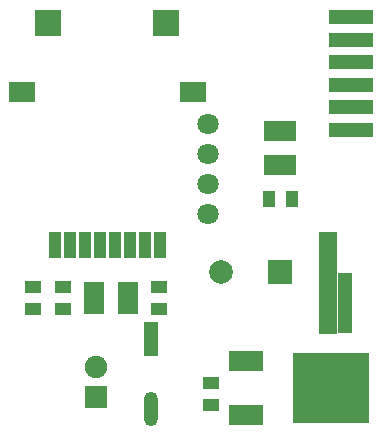
<source format=gbs>
G04*
G04 #@! TF.GenerationSoftware,Altium Limited,Altium Designer,22.2.1 (43)*
G04*
G04 Layer_Color=16711935*
%FSTAX25Y25*%
%MOIN*%
G70*
G04*
G04 #@! TF.SameCoordinates,2F0A99F2-06B0-42B4-AD1F-80CD01153156*
G04*
G04*
G04 #@! TF.FilePolarity,Negative*
G04*
G01*
G75*
%ADD23C,0.07099*%
%ADD24R,0.04300X0.05800*%
%ADD26R,0.14580X0.04816*%
%ADD30R,0.07493X0.07493*%
%ADD31C,0.07493*%
%ADD32R,0.07887X0.07887*%
%ADD33C,0.07887*%
%ADD55R,0.06000X0.34000*%
%ADD56R,0.04981X0.20500*%
%ADD57R,0.08674X0.06706*%
%ADD58R,0.03950X0.08674*%
%ADD59R,0.08674X0.08674*%
%ADD60R,0.05800X0.04300*%
%ADD61R,0.06800X0.10800*%
%ADD62R,0.11800X0.06800*%
%ADD63R,0.25300X0.23800*%
%ADD64R,0.10800X0.06800*%
%ADD65O,0.04737X0.11430*%
%ADD66R,0.04737X0.11430*%
D23*
X00675Y0102D02*
D03*
Y0092D02*
D03*
Y0082D02*
D03*
Y0072D02*
D03*
D24*
X008776Y0077D02*
D03*
X009524D02*
D03*
D26*
X0115Y01D02*
D03*
Y01075D02*
D03*
Y0115D02*
D03*
Y01225D02*
D03*
Y013D02*
D03*
Y01375D02*
D03*
D30*
X003Y0011D02*
D03*
D31*
Y0021D02*
D03*
D32*
X0091543Y00526D02*
D03*
D33*
X0071858D02*
D03*
D55*
X01075Y0049D02*
D03*
D56*
X011299Y004225D02*
D03*
D57*
X0062512Y0112758D02*
D03*
X0005425D02*
D03*
D58*
X00515Y00616D02*
D03*
X00465D02*
D03*
X00415D02*
D03*
X00365D02*
D03*
X00315D02*
D03*
X00265D02*
D03*
X00215D02*
D03*
X00165D02*
D03*
D59*
X0053469Y0135616D02*
D03*
X0014098D02*
D03*
D60*
X00685Y001574D02*
D03*
Y0008259D02*
D03*
X0050999Y0047734D02*
D03*
Y0040254D02*
D03*
X0019Y004774D02*
D03*
Y004026D02*
D03*
X0009Y004026D02*
D03*
Y0047741D02*
D03*
D61*
X0029291Y0043994D02*
D03*
X0040708D02*
D03*
D62*
X0080023Y0005045D02*
D03*
X0079923Y0022845D02*
D03*
D63*
X0108535Y0014D02*
D03*
D64*
X00915Y0088291D02*
D03*
Y0099709D02*
D03*
D65*
X00485Y0006789D02*
D03*
D66*
Y0030411D02*
D03*
M02*

</source>
